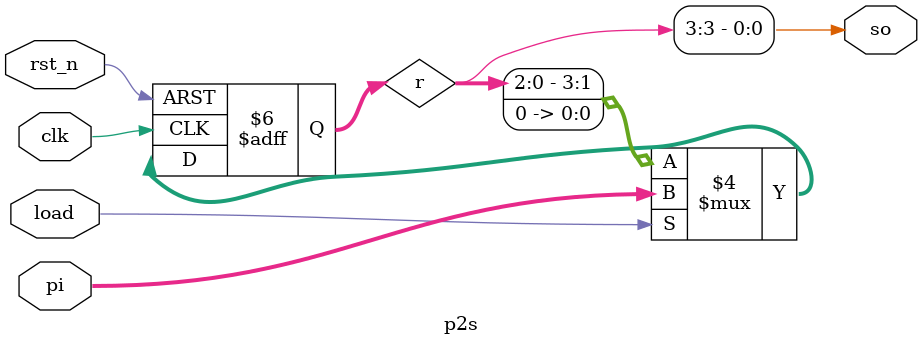
<source format=v>
module p2s (
    input clk,
    input rst_n,
    input load,
    input [3:0] pi,
    output so);

	reg [3:0] r;

	always@(posedge clk or negedge rst_n)
	  if (~rst_n)
		r <= 4'h0;
	  else if (load)
		r <= pi;
	  else
		r <= {r, 1'b0};
	   
	assign so = r[3];
   
endmodule
</source>
